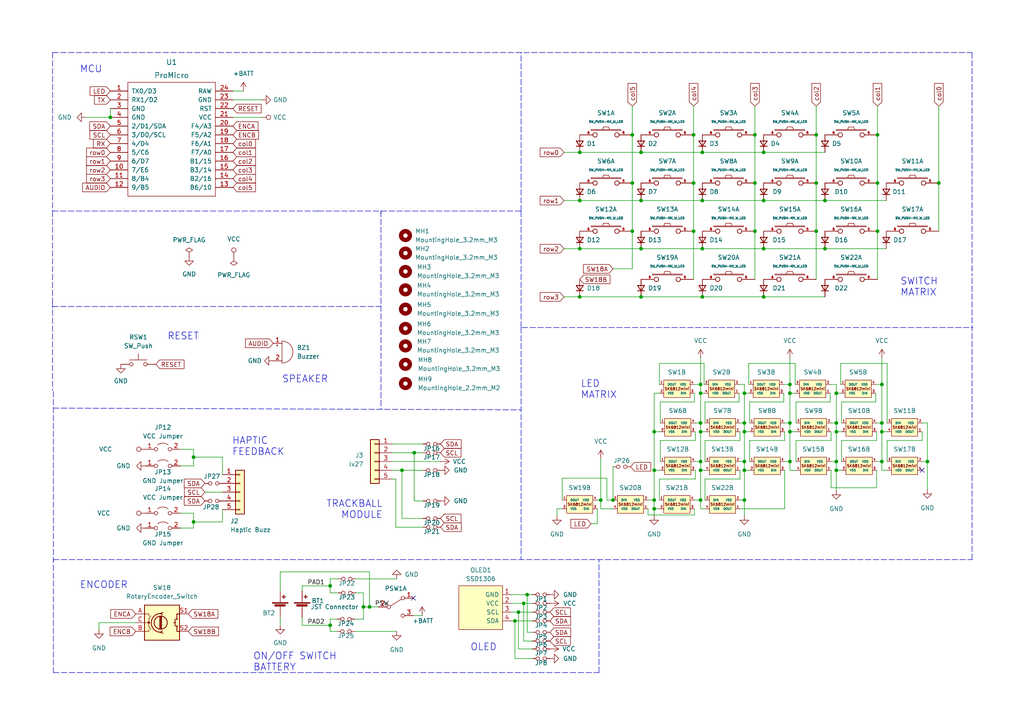
<source format=kicad_sch>
(kicad_sch (version 20231120) (generator "eeschema") (generator_version "8.0")
  (paper "A4")
  (title_block (title "kybd Split Keyboard") (date "2024-10-14") (rev "1.0") (comment 1 "Schematic based on corne") (comment 2 "Author: Gareth Bradley"))
  (junction (at 185.928 86.106))
  (junction (at 174.244 145.034))
  (junction (at 189.738 147.574))
  (junction (at 116.586 136.398))
  (junction (at 203.2 125.222))
  (junction (at 152.908 172.466))
  (junction (at 272.288 53.086))
  (junction (at 120.142 131.318))
  (junction (at 56.134 132.588))
  (junction (at 221.488 86.106))
  (junction (at 32.004 34.036))
  (junction (at 215.9 122.682))
  (junction (at 189.738 145.034))
  (junction (at 203.2 122.682))
  (junction (at 255.778 133.858))
  (junction (at 203.708 44.196))
  (junction (at 95.758 181.356))
  (junction (at 218.948 67.056))
  (junction (at 185.928 72.136))
  (junction (at 183.388 67.056))
  (junction (at 201.168 67.056))
  (junction (at 203.708 86.106))
  (junction (at 203.2 133.858))
  (junction (at 56.134 151.384))
  (junction (at 201.168 39.116))
  (junction (at 239.268 72.136))
  (junction (at 168.148 86.106))
  (junction (at 203.2 111.506))
  (junction (at 215.9 125.222))
  (junction (at 185.928 58.166))
  (junction (at 215.9 136.398))
  (junction (at 229.108 114.046))
  (junction (at 255.778 111.506))
  (junction (at 203.708 72.136))
  (junction (at 221.488 58.166))
  (junction (at 183.388 39.116))
  (junction (at 254.508 53.086))
  (junction (at 107.188 176.022))
  (junction (at 95.758 169.926))
  (junction (at 168.148 72.136))
  (junction (at 268.986 133.858))
  (junction (at 185.928 44.196))
  (junction (at 201.168 53.086))
  (junction (at 229.108 133.858))
  (junction (at 242.57 114.046))
  (junction (at 203.708 58.166))
  (junction (at 236.728 53.086))
  (junction (at 177.8 145.034))
  (junction (at 151.892 175.006))
  (junction (at 242.57 136.398))
  (junction (at 254.508 67.056))
  (junction (at 255.778 125.222))
  (junction (at 189.738 136.398))
  (junction (at 149.352 180.086))
  (junction (at 221.488 44.196))
  (junction (at 168.148 44.196))
  (junction (at 189.738 125.222))
  (junction (at 254.508 39.116))
  (junction (at 183.388 53.086))
  (junction (at 168.148 58.166))
  (junction (at 218.948 39.116))
  (junction (at 203.2 114.046))
  (junction (at 236.728 67.056))
  (junction (at 229.108 111.506))
  (junction (at 150.368 177.546))
  (junction (at 221.488 72.136))
  (junction (at 203.2 145.034))
  (junction (at 239.268 58.166))
  (junction (at 105.41 176.022))
  (junction (at 242.57 133.858))
  (junction (at 215.9 133.858))
  (junction (at 229.108 125.222))
  (junction (at 215.9 114.046))
  (junction (at 242.57 122.682))
  (junction (at 242.57 125.222))
  (junction (at 215.9 145.034))
  (junction (at 229.108 122.682))
  (junction (at 255.778 122.682))
  (junction (at 236.728 39.116))
  (junction (at 218.948 53.086))
  (junction (at 203.2 136.398))
  (no_connect (at 119.888 173.482))
  (no_connect (at 267.462 136.398))
  (wire (pts (xy 241.046 133.858) (xy 242.57 133.858)))
  (polyline (pts (xy 151.13 61.214) (xy 151.13 94.996)) (stroke (width 0) (type dash)))
  (wire (pts (xy 255.778 125.222) (xy 257.302 125.222)))
  (wire (pts (xy 105.41 176.022) (xy 105.41 179.578)))
  (wire (pts (xy 229.108 122.682) (xy 229.108 114.046)))
  (wire (pts (xy 214.376 114.046) (xy 214.376 116.586)))
  (wire (pts (xy 201.168 67.056) (xy 201.168 81.026)))
  (wire (pts (xy 215.9 125.222) (xy 217.424 125.222)))
  (wire (pts (xy 176.022 145.034) (xy 177.8 145.034)))
  (wire (pts (xy 151.892 185.928) (xy 154.432 185.928)))
  (wire (pts (xy 113.792 128.778) (xy 122.682 128.778)))
  (wire (pts (xy 203.2 122.682) (xy 203.2 114.046)))
  (wire (pts (xy 214.63 122.682) (xy 215.9 122.682)))
  (wire (pts (xy 39.37 180.594) (xy 28.702 180.594)))
  (wire (pts (xy 185.928 86.106) (xy 203.708 86.106)))
  (polyline (pts (xy 92.202 61.214) (xy 151.13 61.214)) (stroke (width 0) (type dash)))
  (wire (pts (xy 189.738 114.046) (xy 189.738 125.222)))
  (wire (pts (xy 183.388 77.978) (xy 183.388 67.056)))
  (wire (pts (xy 242.57 114.046) (xy 242.57 122.682)))
  (wire (pts (xy 176.022 138.684) (xy 176.022 145.034)))
  (wire (pts (xy 203.2 147.574) (xy 204.47 147.574)))
  (wire (pts (xy 56.134 130.302) (xy 52.324 130.302)))
  (wire (pts (xy 255.778 111.506) (xy 254 111.506)))
  (wire (pts (xy 242.57 133.858) (xy 242.57 136.398)))
  (wire (pts (xy 161.544 147.574) (xy 163.068 147.574)))
  (wire (pts (xy 189.738 136.398) (xy 189.738 145.034)))
  (wire (pts (xy 191.262 145.034) (xy 191.262 138.938)))
  (wire (pts (xy 203.2 103.886) (xy 203.2 111.506)))
  (wire (pts (xy 163.576 72.136) (xy 168.148 72.136)))
  (wire (pts (xy 242.57 111.506) (xy 242.57 114.046)))
  (wire (pts (xy 203.708 72.136) (xy 221.488 72.136)))
  (wire (pts (xy 217.424 122.682) (xy 217.424 116.586)))
  (wire (pts (xy 163.576 86.106) (xy 168.148 86.106)))
  (wire (pts (xy 67.564 28.956) (xy 75.946 28.956)))
  (wire (pts (xy 214.63 125.222) (xy 214.63 127.762)))
  (wire (pts (xy 187.96 149.352) (xy 201.422 149.352)))
  (wire (pts (xy 64.516 147.828) (xy 64.516 151.384)))
  (wire (pts (xy 214.63 133.858) (xy 215.9 133.858)))
  (wire (pts (xy 185.928 58.166) (xy 203.708 58.166)))
  (wire (pts (xy 254.508 30.734) (xy 254.508 39.116)))
  (polyline (pts (xy 92.456 15.24) (xy 193.548 15.24)) (stroke (width 0) (type dash)))
  (wire (pts (xy 203.2 125.222) (xy 203.2 122.682)))
  (wire (pts (xy 201.422 149.352) (xy 201.422 147.574)))
  (wire (pts (xy 177.8 77.978) (xy 183.388 77.978)))
  (wire (pts (xy 189.738 125.222) (xy 191.516 125.222)))
  (polyline (pts (xy 15.24 15.24) (xy 92.202 15.24)) (stroke (width 0) (type dash)))
  (polyline (pts (xy 193.548 15.24) (xy 281.94 15.24)) (stroke (width 0) (type dash)))
  (polyline (pts (xy 173.736 195.072) (xy 173.736 162.306)) (stroke (width 0) (type dash)))
  (wire (pts (xy 267.462 122.682) (xy 268.986 122.682)))
  (wire (pts (xy 171.45 151.892) (xy 173.228 151.892)))
  (wire (pts (xy 217.424 127.762) (xy 227.584 127.762)))
  (wire (pts (xy 149.352 191.008) (xy 154.432 191.008)))
  (wire (pts (xy 229.108 103.886) (xy 229.108 111.506)))
  (wire (pts (xy 227.584 127.762) (xy 227.584 125.222)))
  (wire (pts (xy 168.148 58.166) (xy 185.928 58.166)))
  (wire (pts (xy 255.778 122.682) (xy 255.778 125.222)))
  (wire (pts (xy 203.708 58.166) (xy 221.488 58.166)))
  (wire (pts (xy 214.63 138.938) (xy 204.47 138.938)))
  (polyline (pts (xy 15.24 15.24) (xy 15.24 61.214)) (stroke (width 0) (type dash)))
  (wire (pts (xy 191.262 138.938) (xy 201.676 138.938)))
  (wire (pts (xy 161.544 149.606) (xy 161.544 147.574)))
  (wire (pts (xy 239.268 58.166) (xy 257.048 58.166)))
  (wire (pts (xy 255.778 103.886) (xy 255.778 111.506)))
  (wire (pts (xy 257.302 127.762) (xy 257.302 133.858)))
  (wire (pts (xy 103.124 171.958) (xy 105.41 171.958)))
  (wire (pts (xy 254.254 136.398) (xy 254.254 141.478)))
  (wire (pts (xy 268.986 133.858) (xy 268.986 141.986)))
  (wire (pts (xy 56.134 153.162) (xy 56.134 151.384)))
  (wire (pts (xy 113.792 133.858) (xy 127.762 133.858)))
  (wire (pts (xy 189.738 125.222) (xy 189.738 136.398)))
  (wire (pts (xy 191.516 116.586) (xy 201.422 116.586)))
  (wire (pts (xy 229.108 114.046) (xy 230.632 114.046)))
  (polyline (pts (xy 15.24 88.9) (xy 110.49 88.9)) (stroke (width 0) (type dash)))
  (wire (pts (xy 230.886 127.762) (xy 230.886 133.858)))
  (wire (pts (xy 56.134 135.128) (xy 56.134 132.588)))
  (wire (pts (xy 113.792 131.318) (xy 120.142 131.318)))
  (wire (pts (xy 148.336 177.546) (xy 150.368 177.546)))
  (wire (pts (xy 272.288 53.086) (xy 272.288 67.056)))
  (wire (pts (xy 163.068 138.684) (xy 176.022 138.684)))
  (wire (pts (xy 203.708 86.106) (xy 221.488 86.106)))
  (wire (pts (xy 268.986 122.682) (xy 268.986 133.858)))
  (wire (pts (xy 168.148 72.136) (xy 185.928 72.136)))
  (wire (pts (xy 203.2 114.046) (xy 204.216 114.046)))
  (wire (pts (xy 95.758 171.958) (xy 98.044 171.958)))
  (wire (pts (xy 255.778 125.222) (xy 255.778 133.858)))
  (wire (pts (xy 204.216 105.41) (xy 204.216 111.506)))
  (wire (pts (xy 230.886 116.586) (xy 230.886 122.682)))
  (wire (pts (xy 267.462 127.762) (xy 257.302 127.762)))
  (wire (pts (xy 105.41 176.022) (xy 107.188 176.022)))
  (wire (pts (xy 229.108 133.858) (xy 229.108 125.222)))
  (wire (pts (xy 187.96 145.034) (xy 189.738 145.034)))
  (wire (pts (xy 113.792 138.938) (xy 114.808 138.938)))
  (wire (pts (xy 149.352 180.086) (xy 149.352 191.008)))
  (wire (pts (xy 81.28 171.45) (xy 81.28 165.862)))
  (wire (pts (xy 221.488 58.166) (xy 239.268 58.166)))
  (wire (pts (xy 203.2 125.222) (xy 204.47 125.222)))
  (wire (pts (xy 236.728 30.734) (xy 236.728 39.116)))
  (wire (pts (xy 201.422 145.034) (xy 203.2 145.034)))
  (wire (pts (xy 173.228 151.892) (xy 173.228 147.574)))
  (wire (pts (xy 148.336 180.086) (xy 149.352 180.086)))
  (wire (pts (xy 243.84 105.41) (xy 257.302 105.41)))
  (wire (pts (xy 150.368 177.546) (xy 150.368 188.214)))
  (wire (pts (xy 189.738 149.606) (xy 189.738 147.574)))
  (wire (pts (xy 189.738 136.398) (xy 191.516 136.398)))
  (wire (pts (xy 52.324 148.844) (xy 56.134 148.844)))
  (polyline (pts (xy 15.494 195.072) (xy 92.202 195.072)) (stroke (width 0) (type dash)))
  (wire (pts (xy 217.17 111.506) (xy 217.17 105.41)))
  (wire (pts (xy 56.134 151.384) (xy 64.516 151.384)))
  (wire (pts (xy 243.84 111.506) (xy 243.84 105.41)))
  (polyline (pts (xy 151.384 94.996) (xy 282.194 94.996)) (stroke (width 0) (type dash)))
  (wire (pts (xy 191.262 105.41) (xy 204.216 105.41)))
  (wire (pts (xy 183.388 53.086) (xy 183.388 67.056)))
  (wire (pts (xy 241.046 125.222) (xy 241.046 127.762)))
  (polyline (pts (xy 15.494 162.56) (xy 15.494 162.814)) (stroke (width 0) (type dash)))
  (polyline (pts (xy 15.24 87.63) (xy 15.24 113.284)) (stroke (width 0) (type dash)))
  (wire (pts (xy 203.2 133.858) (xy 203.2 136.398)))
  (wire (pts (xy 120.142 131.318) (xy 122.682 131.318)))
  (wire (pts (xy 173.228 145.034) (xy 174.244 145.034)))
  (wire (pts (xy 191.516 127.762) (xy 201.676 127.762)))
  (wire (pts (xy 203.708 44.196) (xy 221.488 44.196)))
  (wire (pts (xy 257.302 105.41) (xy 257.302 122.682)))
  (wire (pts (xy 215.9 136.398) (xy 217.424 136.398)))
  (wire (pts (xy 215.9 114.046) (xy 215.9 122.682)))
  (wire (pts (xy 64.516 137.668) (xy 64.516 132.588)))
  (wire (pts (xy 113.792 136.398) (xy 116.586 136.398)))
  (wire (pts (xy 217.17 105.41) (xy 230.632 105.41)))
  (wire (pts (xy 189.738 147.574) (xy 191.262 147.574)))
  (wire (pts (xy 227.584 122.682) (xy 229.108 122.682)))
  (wire (pts (xy 214.376 116.586) (xy 204.47 116.586)))
  (wire (pts (xy 254.254 127.762) (xy 254.254 125.222)))
  (wire (pts (xy 215.9 133.858) (xy 215.9 136.398)))
  (wire (pts (xy 241.046 141.478) (xy 254.254 141.478)))
  (wire (pts (xy 255.778 136.398) (xy 257.302 136.398)))
  (wire (pts (xy 236.728 67.056) (xy 236.728 81.026)))
  (wire (pts (xy 254 116.586) (xy 254 114.046)))
  (wire (pts (xy 242.57 122.682) (xy 242.57 125.222)))
  (wire (pts (xy 215.9 125.222) (xy 215.9 133.858)))
  (wire (pts (xy 24.892 34.036) (xy 32.004 34.036)))
  (wire (pts (xy 97.79 183.134) (xy 95.758 183.134)))
  (wire (pts (xy 150.368 188.214) (xy 154.432 188.214)))
  (wire (pts (xy 268.986 133.858) (xy 267.462 133.858)))
  (wire (pts (xy 203.2 114.046) (xy 203.2 111.506)))
  (wire (pts (xy 240.792 116.586) (xy 230.886 116.586)))
  (polyline (pts (xy 15.494 162.306) (xy 281.94 162.306)) (stroke (width 0) (type dash)))
  (wire (pts (xy 174.244 133.096) (xy 174.244 145.034)))
  (wire (pts (xy 215.9 136.398) (xy 215.9 145.034)))
  (wire (pts (xy 229.108 125.222) (xy 229.108 122.682)))
  (wire (pts (xy 191.516 133.858) (xy 191.516 127.762)))
  (wire (pts (xy 187.96 147.574) (xy 187.96 149.352)))
  (wire (pts (xy 163.576 58.166) (xy 168.148 58.166)))
  (wire (pts (xy 215.9 111.506) (xy 215.9 114.046)))
  (wire (pts (xy 244.094 127.762) (xy 254.254 127.762)))
  (wire (pts (xy 95.758 183.134) (xy 95.758 181.356)))
  (wire (pts (xy 151.892 175.006) (xy 151.892 185.928)))
  (wire (pts (xy 254.508 53.086) (xy 254.508 67.056)))
  (polyline (pts (xy 110.49 61.214) (xy 110.49 61.976)) (stroke (width 0) (type dash)))
  (wire (pts (xy 64.516 132.588) (xy 56.134 132.588)))
  (wire (pts (xy 221.488 44.196) (xy 239.268 44.196)))
  (polyline (pts (xy 281.94 77.978) (xy 281.94 78.232)) (stroke (width 0) (type dash)))
  (wire (pts (xy 203.2 136.398) (xy 203.2 145.034)))
  (wire (pts (xy 95.758 167.894) (xy 95.758 169.926)))
  (wire (pts (xy 218.948 30.734) (xy 218.948 39.116)))
  (wire (pts (xy 185.928 72.136) (xy 203.708 72.136)))
  (wire (pts (xy 148.336 172.466) (xy 152.908 172.466)))
  (wire (pts (xy 214.63 136.398) (xy 214.63 138.938)))
  (wire (pts (xy 56.134 132.588) (xy 56.134 130.302)))
  (wire (pts (xy 203.2 133.858) (xy 203.2 125.222)))
  (wire (pts (xy 229.108 111.506) (xy 227.33 111.506)))
  (wire (pts (xy 105.41 171.958) (xy 105.41 176.022)))
  (wire (pts (xy 149.352 180.086) (xy 154.432 180.086)))
  (wire (pts (xy 221.488 86.106) (xy 239.268 86.106)))
  (wire (pts (xy 201.422 116.586) (xy 201.422 114.046)))
  (wire (pts (xy 254.254 122.682) (xy 255.778 122.682)))
  (wire (pts (xy 52.324 153.162) (xy 56.134 153.162)))
  (wire (pts (xy 229.108 133.858) (xy 229.108 136.398)))
  (wire (pts (xy 87.63 181.356) (xy 95.758 181.356)))
  (wire (pts (xy 255.778 111.506) (xy 255.778 122.682)))
  (wire (pts (xy 102.87 179.578) (xy 105.41 179.578)))
  (wire (pts (xy 218.948 67.056) (xy 218.948 81.026)))
  (wire (pts (xy 201.168 53.086) (xy 201.168 67.056)))
  (wire (pts (xy 203.2 136.398) (xy 204.47 136.398)))
  (wire (pts (xy 168.148 86.106) (xy 185.928 86.106)))
  (wire (pts (xy 120.142 131.318) (xy 120.142 145.288)))
  (wire (pts (xy 242.57 125.222) (xy 244.094 125.222)))
  (wire (pts (xy 201.168 30.734) (xy 201.168 39.116)))
  (wire (pts (xy 152.908 183.388) (xy 152.908 172.466)))
  (wire (pts (xy 267.462 125.222) (xy 267.462 127.762)))
  (wire (pts (xy 183.388 39.116) (xy 183.388 53.086)))
  (polyline (pts (xy 281.94 162.306) (xy 281.94 79.756)) (stroke (width 0) (type dash)))
  (wire (pts (xy 227.33 116.586) (xy 227.33 114.046)))
  (wire (pts (xy 174.244 145.034) (xy 174.244 147.574)))
  (wire (pts (xy 98.044 167.894) (xy 95.758 167.894)))
  (wire (pts (xy 242.57 136.398) (xy 244.094 136.398)))
  (wire (pts (xy 218.948 39.116) (xy 218.948 53.086)))
  (polyline (pts (xy 110.49 61.214) (xy 110.49 118.618)) (stroke (width 0) (type dash)))
  (wire (pts (xy 244.094 122.682) (xy 244.094 116.586)))
  (wire (pts (xy 254.508 39.116) (xy 254.508 53.086)))
  (wire (pts (xy 174.244 147.574) (xy 177.8 147.574)))
  (wire (pts (xy 150.368 177.546) (xy 154.432 177.546)))
  (wire (pts (xy 201.676 127.762) (xy 201.676 125.222)))
  (wire (pts (xy 230.632 105.41) (xy 230.632 111.506)))
  (wire (pts (xy 244.094 116.586) (xy 254 116.586)))
  (wire (pts (xy 229.108 136.398) (xy 230.886 136.398)))
  (wire (pts (xy 119.888 178.562) (xy 122.428 178.562)))
  (wire (pts (xy 95.758 179.578) (xy 97.79 179.578)))
  (wire (pts (xy 204.47 127.762) (xy 204.47 133.858)))
  (wire (pts (xy 201.168 39.116) (xy 201.168 53.086)))
  (wire (pts (xy 221.488 72.136) (xy 239.268 72.136)))
  (wire (pts (xy 241.046 122.682) (xy 242.57 122.682)))
  (wire (pts (xy 116.586 136.398) (xy 116.586 150.368)))
  (wire (pts (xy 214.63 145.034) (xy 215.9 145.034)))
  (wire (pts (xy 229.108 114.046) (xy 229.108 111.506)))
  (wire (pts (xy 203.2 145.034) (xy 203.2 147.574)))
  (wire (pts (xy 185.928 44.196) (xy 203.708 44.196)))
  (wire (pts (xy 236.728 39.116) (xy 236.728 53.086)))
  (wire (pts (xy 215.9 145.034) (xy 215.9 149.606)))
  (wire (pts (xy 215.9 122.682) (xy 215.9 125.222)))
  (wire (pts (xy 102.87 183.134) (xy 115.062 183.134)))
  (wire (pts (xy 191.262 111.506) (xy 191.262 105.41)))
  (wire (pts (xy 255.778 136.398) (xy 255.778 133.858)))
  (wire (pts (xy 95.758 169.926) (xy 95.758 171.958)))
  (wire (pts (xy 236.728 53.086) (xy 236.728 67.056)))
  (wire (pts (xy 148.336 175.006) (xy 151.892 175.006)))
  (wire (pts (xy 122.682 145.288) (xy 120.142 145.288)))
  (wire (pts (xy 218.948 53.086) (xy 218.948 67.056)))
  (wire (pts (xy 177.8 135.382) (xy 177.8 145.034)))
  (wire (pts (xy 227.584 147.574) (xy 227.584 136.398)))
  (wire (pts (xy 217.424 133.858) (xy 217.424 127.762)))
  (wire (pts (xy 215.9 114.046) (xy 217.17 114.046)))
  (wire (pts (xy 241.046 127.762) (xy 230.886 127.762)))
  (wire (pts (xy 214.376 111.506) (xy 215.9 111.506)))
  (wire (pts (xy 189.738 145.034) (xy 189.738 147.574)))
  (wire (pts (xy 214.63 147.574) (xy 227.584 147.574)))
  (wire (pts (xy 56.134 148.844) (xy 56.134 151.384)))
  (wire (pts (xy 239.268 72.136) (xy 257.048 72.136)))
  (polyline (pts (xy 151.13 61.214) (xy 151.13 15.24)) (stroke (width 0) (type dash)))
  (wire (pts (xy 201.676 138.938) (xy 201.676 136.398)))
  (wire (pts (xy 59.436 142.748) (xy 64.516 142.748)))
  (wire (pts (xy 168.148 44.196) (xy 185.928 44.196)))
  (wire (pts (xy 229.108 125.222) (xy 230.886 125.222)))
  (wire (pts (xy 151.892 175.006) (xy 154.432 175.006)))
  (polyline (pts (xy 151.13 94.996) (xy 151.13 162.306)) (stroke (width 0) (type dash)))
  (wire (pts (xy 254.508 67.056) (xy 254.508 81.026)))
  (polyline (pts (xy 15.494 118.364) (xy 151.13 118.872)) (stroke (width 0) (type dash)))
  (polyline (pts (xy 15.494 113.538) (xy 15.494 195.072)) (stroke (width 0) (type dash)))
  (wire (pts (xy 87.63 169.926) (xy 95.758 169.926)))
  (wire (pts (xy 242.57 136.398) (xy 242.57 142.24)))
  (wire (pts (xy 107.188 176.022) (xy 109.728 176.022)))
  (wire (pts (xy 254.254 133.858) (xy 255.778 133.858)))
  (wire (pts (xy 227.584 133.858) (xy 229.108 133.858)))
  (wire (pts (xy 163.576 44.196) (xy 168.148 44.196)))
  (polyline (pts (xy 281.94 15.24) (xy 281.94 79.756)) (stroke (width 0) (type dash)))
  (wire (pts (xy 52.324 135.128) (xy 56.134 135.128)))
  (wire (pts (xy 103.124 167.894) (xy 115.062 167.894)))
  (wire (pts (xy 122.682 152.908) (xy 114.808 152.908)))
  (wire (pts (xy 152.908 183.388) (xy 154.432 183.388)))
  (wire (pts (xy 87.63 171.45) (xy 87.63 169.926)))
  (wire (pts (xy 214.63 127.762) (xy 204.47 127.762)))
  (wire (pts (xy 28.702 180.594) (xy 28.702 182.626)))
  (wire (pts (xy 87.63 179.07) (xy 87.63 181.356)))
  (wire (pts (xy 81.28 179.07) (xy 81.28 181.356)))
  (wire (pts (xy 240.792 111.506) (xy 242.57 111.506)))
  (wire (pts (xy 217.424 116.586) (xy 227.33 116.586)))
  (wire (pts (xy 272.288 30.734) (xy 272.288 53.086)))
  (wire (pts (xy 114.808 152.908) (xy 114.808 138.938)))
  (wire (pts (xy 242.57 114.046) (xy 243.84 114.046)))
  (wire (pts (xy 163.068 145.034) (xy 163.068 138.684)))
  (wire (pts (xy 67.564 34.036) (xy 75.946 34.036)))
  (wire (pts (xy 183.388 30.734) (xy 183.388 39.116)))
  (wire (pts (xy 204.47 138.938) (xy 204.47 145.034)))
  (wire (pts (xy 241.046 136.398) (xy 241.046 141.478)))
  (wire (pts (xy 191.516 122.682) (xy 191.516 116.586)))
  (wire (pts (xy 107.188 165.862) (xy 107.188 176.022)))
  (wire (pts (xy 95.758 181.356) (xy 95.758 179.578)))
  (wire (pts (xy 81.28 165.862) (xy 107.188 165.862)))
  (wire (pts (xy 240.792 114.046) (xy 240.792 116.586)))
  (wire (pts (xy 191.262 114.046) (xy 189.738 114.046)))
  (wire (pts (xy 203.2 111.506) (xy 201.422 111.506)))
  (wire (pts (xy 32.004 31.496) (xy 32.004 34.036)))
  (polyline (pts (xy 15.24 61.214) (xy 92.202 61.214)) (stroke (width 0) (type dash)))
  (wire (pts (xy 201.676 122.682) (xy 203.2 122.682)))
  (wire (pts (xy 242.57 125.222) (xy 242.57 133.858)))
  (wire (pts (xy 122.682 150.368) (xy 116.586 150.368)))
  (wire (pts (xy 116.586 136.398) (xy 122.682 136.398)))
  (wire (pts (xy 204.47 116.586) (xy 204.47 122.682)))
  (wire (pts (xy 244.094 133.858) (xy 244.094 127.762)))
  (wire (pts (xy 201.676 133.858) (xy 203.2 133.858)))
  (wire (pts (xy 67.564 26.416) (xy 70.612 26.416)))
  (wire (pts (xy 152.908 172.466) (xy 154.432 172.466)))
  (polyline (pts (xy 92.202 195.072) (xy 173.736 195.072)) (stroke (width 0) (type dash)))
  (polyline (pts (xy 15.24 61.214) (xy 15.24 87.63)) (stroke (width 0) (type dash)))
  (text "SWITCH\nMATRIX" (at 261.112 86.106 0) (effects (font (size 2 2)) (justify left bottom)))
  (text "MCU" (at 23.114 21.336 0) (effects (font (size 2 2)) (justify left bottom)))
  (text "ON/OFF SWITCH\nBATTERY" (at 73.406 194.818 0) (effects (font (size 2 2)) (justify left bottom)))
  (text "HAPTIC\nFEEDBACK" (at 67.31 132.334 0) (effects (font (size 2 2)) (justify left bottom)))
  (text "ENCODER" (at 23.114 170.942 0) (effects (font (size 2 2)) (justify left bottom)))
  (text "OLED" (at 136.398 188.976 0) (effects (font (size 2 2)) (justify left bottom)))
  (text "LED\nMATRIX" (at 168.402 115.824 0) (effects (font (size 2 2)) (justify left bottom)))
  (text "TRACKBALL\nMODULE" (at 110.998 150.622 0) (effects (font (size 2 2)) (justify right bottom)))
  (text "RESET" (at 48.514 98.806 0) (effects (font (size 2 2)) (justify left bottom)))
  (text "SPEAKER" (at 81.788 111.252 0) (effects (font (size 2 2)) (justify left bottom)))
  (label "PAD2" (at 89.154 181.356 0))
  (label "PSW" (at 108.712 176.022 0))
  (label "PAD1" (at 89.154 169.926 0))
  (global_label "SCL" (shape input) (at 127.762 131.318 0) (property "Intersheetrefs" "${INTERSHEET_REFS}" (effects (hide yes))))
  (global_label "SDA" (shape input) (at 32.004 36.576 180) (property "Intersheetrefs" "${INTERSHEET_REFS}" (effects (hide yes))))
  (global_label "col0" (shape input) (at 272.288 30.734 90) (property "Intersheetrefs" "${INTERSHEET_REFS}" (effects (hide yes))))
  (global_label "row2" (shape input) (at 163.576 72.136 180) (property "Intersheetrefs" "${INTERSHEET_REFS}" (effects (hide yes))))
  (global_label "TX" (shape input) (at 32.004 28.956 180) (property "Intersheetrefs" "${INTERSHEET_REFS}" (effects (hide yes))))
  (global_label "row3" (shape input) (at 163.576 86.106 180) (property "Intersheetrefs" "${INTERSHEET_REFS}" (effects (hide yes))))
  (global_label "SW18B" (shape input) (at 168.148 81.026 0) (property "Intersheetrefs" "${INTERSHEET_REFS}" (effects (hide yes))))
  (global_label "SDA" (shape input) (at 127.762 128.778 0) (property "Intersheetrefs" "${INTERSHEET_REFS}" (effects (hide yes))))
  (global_label "LED" (shape input) (at 182.88 135.382 0) (property "Intersheetrefs" "${INTERSHEET_REFS}" (effects (hide yes))))
  (global_label "col5" (shape input) (at 67.564 54.356 0) (property "Intersheetrefs" "${INTERSHEET_REFS}" (effects (hide yes))))
  (global_label "SDA" (shape input) (at 159.512 180.086 0) (property "Intersheetrefs" "${INTERSHEET_REFS}" (effects (hide yes))))
  (global_label "ENCA" (shape input) (at 39.37 178.054 180) (property "Intersheetrefs" "${INTERSHEET_REFS}" (effects (hide yes))))
  (global_label "col4" (shape input) (at 67.564 51.816 0) (property "Intersheetrefs" "${INTERSHEET_REFS}" (effects (hide yes))))
  (global_label "col0" (shape input) (at 67.564 41.656 0) (property "Intersheetrefs" "${INTERSHEET_REFS}" (effects (hide yes))))
  (global_label "SCL" (shape input) (at 32.004 39.116 180) (property "Intersheetrefs" "${INTERSHEET_REFS}" (effects (hide yes))))
  (global_label "RESET" (shape input) (at 45.212 105.664 0) (property "Intersheetrefs" "${INTERSHEET_REFS}" (effects (hide yes))))
  (global_label "col1" (shape input) (at 254.508 30.734 90) (property "Intersheetrefs" "${INTERSHEET_REFS}" (effects (hide yes))))
  (global_label "col2" (shape input) (at 236.728 30.734 90) (property "Intersheetrefs" "${INTERSHEET_REFS}" (effects (hide yes))))
  (global_label "row3" (shape input) (at 32.004 51.816 180) (property "Intersheetrefs" "${INTERSHEET_REFS}" (effects (hide yes))))
  (global_label "row2" (shape input) (at 32.004 49.276 180) (property "Intersheetrefs" "${INTERSHEET_REFS}" (effects (hide yes))))
  (global_label "row0" (shape input) (at 163.576 44.196 180) (property "Intersheetrefs" "${INTERSHEET_REFS}" (effects (hide yes))))
  (global_label "col4" (shape input) (at 201.168 30.734 90) (property "Intersheetrefs" "${INTERSHEET_REFS}" (effects (hide yes))))
  (global_label "row0" (shape input) (at 32.004 44.196 180) (property "Intersheetrefs" "${INTERSHEET_REFS}" (effects (hide yes))))
  (global_label "SCL" (shape input) (at 127.762 150.368 0) (property "Intersheetrefs" "${INTERSHEET_REFS}" (effects (hide yes))))
  (global_label "SCL" (shape input) (at 159.512 177.546 0) (property "Intersheetrefs" "${INTERSHEET_REFS}" (effects (hide yes))))
  (global_label "SDA" (shape input) (at 59.436 140.208 180) (property "Intersheetrefs" "${INTERSHEET_REFS}" (effects (hide yes))))
  (global_label "AUDIO" (shape input) (at 32.004 54.356 180) (property "Intersheetrefs" "${INTERSHEET_REFS}" (effects (hide yes))))
  (global_label "col3" (shape input) (at 218.948 30.734 90) (property "Intersheetrefs" "${INTERSHEET_REFS}" (effects (hide yes))))
  (global_label "ENCB" (shape input) (at 67.564 39.116 0) (property "Intersheetrefs" "${INTERSHEET_REFS}" (effects (hide yes))))
  (global_label "SCL" (shape input) (at 159.512 185.928 0) (property "Intersheetrefs" "${INTERSHEET_REFS}" (effects (hide yes))))
  (global_label "SDA" (shape input) (at 159.512 183.388 0) (property "Intersheetrefs" "${INTERSHEET_REFS}" (effects (hide yes))))
  (global_label "col5" (shape input) (at 183.388 30.734 90) (property "Intersheetrefs" "${INTERSHEET_REFS}" (effects (hide yes))))
  (global_label "RESET" (shape input) (at 67.564 31.496 0) (property "Intersheetrefs" "${INTERSHEET_REFS}" (effects (hide yes))))
  (global_label "LED" (shape input) (at 171.45 151.892 180) (property "Intersheetrefs" "${INTERSHEET_REFS}" (effects (hide yes))))
  (global_label "SDA" (shape input) (at 127.762 152.908 0) (property "Intersheetrefs" "${INTERSHEET_REFS}" (effects (hide yes))))
  (global_label "SW18A" (shape input) (at 54.61 178.054 0) (property "Intersheetrefs" "${INTERSHEET_REFS}" (effects (hide yes))))
  (global_label "SDA" (shape input) (at 59.436 145.288 180) (property "Intersheetrefs" "${INTERSHEET_REFS}" (effects (hide yes))))
  (global_label "row1" (shape input) (at 163.576 58.166 180) (property "Intersheetrefs" "${INTERSHEET_REFS}" (effects (hide yes))))
  (global_label "ENCB" (shape input) (at 39.37 183.134 180) (property "Intersheetrefs" "${INTERSHEET_REFS}" (effects (hide yes))))
  (global_label "col2" (shape input) (at 67.564 46.736 0) (property "Intersheetrefs" "${INTERSHEET_REFS}" (effects (hide yes))))
  (global_label "SW18A" (shape input) (at 177.8 77.978 180) (property "Intersheetrefs" "${INTERSHEET_REFS}" (effects (hide yes))))
  (global_label "SW18B" (shape input) (at 54.61 183.134 0) (property "Intersheetrefs" "${INTERSHEET_REFS}" (effects (hide yes))))
  (global_label "ENCA" (shape input) (at 67.564 36.576 0) (property "Intersheetrefs" "${INTERSHEET_REFS}" (effects (hide yes))))
  (global_label "col3" (shape input) (at 67.564 49.276 0) (property "Intersheetrefs" "${INTERSHEET_REFS}" (effects (hide yes))))
  (global_label "row1" (shape input) (at 32.004 46.736 180) (property "Intersheetrefs" "${INTERSHEET_REFS}" (effects (hide yes))))
  (global_label "col1" (shape input) (at 67.564 44.196 0) (property "Intersheetrefs" "${INTERSHEET_REFS}" (effects (hide yes))))
  (global_label "LED" (shape input) (at 32.004 26.416 180) (property "Intersheetrefs" "${INTERSHEET_REFS}" (effects (hide yes))))
  (global_label "AUDIO" (shape input) (at 79.248 99.568 180) (property "Intersheetrefs" "${INTERSHEET_REFS}" (effects (hide yes))))
  (global_label "RX" (shape input) (at 32.004 41.656 180) (property "Intersheetrefs" "${INTERSHEET_REFS}" (effects (hide yes))))
  (global_label "SCL" (shape input) (at 59.436 142.748 180) (property "Intersheetrefs" "${INTERSHEET_REFS}" (effects (hide yes))))
  (symbol (lib_id "KLORlib:SW_PUSH-MX_W_LED") (at 196.596 123.952 0) (unit 2)
    (property "Reference" "SW6" (at 196.596 119.126 0))
    (property "Value" "SW_PUSH-MX_W_LED" (effects (hide yes)))
    (property "Footprint" "KLOR:SK6812MINI_and_cherry" (effects (hide yes)))
  )
  (symbol (lib_id "KLORlib:SW_PUSH-MX_W_LED") (at 196.342 146.304 0) (unit 2)
    (property "Reference" "SW21" (at 196.342 141.478 0))
    (property "Value" "SW_PUSH-MX_W_LED" (effects (hide yes)))
    (property "Footprint" "KLOR:SK6812MINI_and_cherry" (effects (hide yes)))
  )
  (symbol (lib_id "power:GND") (at 159.512 191.008 90) (unit 1)
    (property "Reference" "#PWR015" (effects (hide yes)))
    (property "Value" "GND" (at 163.322 191.0079 90) (effects (justify right)))
  )
  (symbol (lib_id "Device:D_Small") (at 203.708 41.656 90) (unit 1)
    (property "Reference" "D3" (at 205.74 41.6559 90) (effects (justify right)))
    (property "Value" "D_Small" (effects (hide yes)))
    (property "Footprint" "KLOR:Diode_SOD123" (effects (hide yes)))
  )
  (symbol (lib_id "power:+BATT") (at 70.612 26.416 0) (unit 1)
    (property "Reference" "#PWR0109" (effects (hide yes)))
    (property "Value" "+BATT" (at 70.612 21.336 0))
  )
  (symbol (lib_id "Mechanical:MountingHole") (at 117.602 89.662 0) (unit 1)
    (property "Reference" "MH5" (at 120.904 88.3919 0) (effects (justify left)))
    (property "Value" "MountingHole_3.2mm_M3" (at 120.904 90.9319 0) (effects (justify left)))
    (property "Footprint" "MountingHole:MountingHole_3.2mm_M3" (effects (hide yes)))
  )
  (symbol (lib_id "Device:Buzzer") (at 81.788 102.108 0) (unit 1)
    (property "Reference" "BZ1" (at 86.106 100.8379 0) (effects (justify left)))
    (property "Value" "Buzzer" (at 86.106 103.3779 0) (effects (justify left)))
    (property "Footprint" "KLOR:Buzzer_Mallory_AST1109MLTRQ_reversible" (effects (hide yes)))
  )
  (symbol (lib_id "Mechanical:MountingHole") (at 117.602 105.664 0) (unit 1)
    (property "Reference" "MH8" (at 121.158 104.3939 0) (effects (justify left)))
    (property "Value" "MountingHole_3.2mm_M3" (at 121.158 106.9339 0) (effects (justify left)))
    (property "Footprint" "MountingHole:MountingHole_3.2mm_M3" (effects (hide yes)))
  )
  (symbol (lib_id "KLORlib:SW_PUSH-MX_W_LED") (at 211.328 67.056 0) (unit 1)
    (property "Reference" "SW14" (at 211.328 60.706 0))
    (property "Value" "SW_PUSH-MX_W_LED" (at 211.328 63.246 0) (effects (font (size 0.635 0.635))))
    (property "Footprint" "KLOR:SK6812MINI_and_cherry" (effects (hide yes)))
  )
  (symbol (lib_id "KLORlib:SW_PUSH-MX_W_LED") (at 193.548 67.056 0) (unit 1)
    (property "Reference" "SW13" (at 193.548 60.706 0))
    (property "Value" "SW_PUSH-MX_W_LED" (at 193.548 63.246 0) (effects (font (size 0.635 0.635))))
    (property "Footprint" "KLOR:SK6812MINI_and_cherry" (effects (hide yes)))
  )
  (symbol (lib_id "Device:D_Small") (at 239.268 69.596 90) (unit 1)
    (property "Reference" "D16" (at 242.062 69.5959 90) (effects (justify right)))
    (property "Value" "D_Small" (effects (hide yes)))
    (property "Footprint" "KLOR:Diode_SOD123" (effects (hide yes)))
  )
  (symbol (lib_id "Device:D_Small") (at 203.708 83.566 90) (unit 1)
    (property "Reference" "D20" (at 205.74 83.5659 90) (effects (justify right)))
    (property "Value" "D_Small" (effects (hide yes)))
    (property "Footprint" "KLOR:Diode_SOD123" (effects (hide yes)))
  )
  (symbol (lib_id "power:GND") (at 35.052 105.664 0) (unit 1)
    (property "Reference" "#PWR014" (effects (hide yes)))
    (property "Value" "GND" (at 35.052 110.49 0))
  )
  (symbol (lib_id "SofleKeyboard-cache:power_VCC") (at 67.818 74.422 0) (unit 1)
    (property "Reference" "#PWR017" (effects (hide yes)))
    (property "Value" "VCC" (at 67.818 69.342 0))
  )
  (symbol (lib_id "Device:D_Small") (at 168.148 83.566 90) (unit 1)
    (property "Reference" "D18" (at 170.18 83.5659 90) (effects (justify right)))
    (property "Value" "D_Small" (effects (hide yes)))
    (property "Footprint" "KLOR:Diode_SOD123" (effects (hide yes)))
  )
  (symbol (lib_id "KLORlib:SW_PUSH-MX_W_LED") (at 235.966 123.952 180) (unit 2)
    (property "Reference" "SW9" (at 235.966 119.126 0))
    (property "Value" "SW_PUSH-MX_W_LED" (effects (hide yes)))
    (property "Footprint" "KLOR:SK6812MINI_and_cherry" (effects (hide yes)))
  )
  (symbol (lib_id "KLORlib:SW_PUSH-MX_W_LED") (at 211.328 39.116 0) (unit 1)
    (property "Reference" "SW3" (at 211.328 32.766 0))
    (property "Value" "SW_PUSH-MX_W_LED" (at 211.328 35.306 0) (effects (font (size 0.635 0.635))))
    (property "Footprint" "KLOR:SK6812MINI_and_cherry" (effects (hide yes)))
  )
  (symbol (lib_id "Switch:SW_DPDT_x2") (at 114.808 176.022 0) (unit 1)
    (property "Reference" "PSW1" (at 114.808 170.688 0))
    (property "Value" "SW_DPDT_x2" (effects (hide yes)))
    (property "Footprint" "KLOR:MSK12C02_reversible" (effects (hide yes)))
  )
  (symbol (lib_id "KLORlib:SW_PUSH-MX_W_LED") (at 246.888 67.056 0) (unit 1)
    (property "Reference" "SW16" (at 246.888 60.706 0))
    (property "Value" "SW_PUSH-MX_W_LED" (at 246.888 63.246 0) (effects (font (size 0.635 0.635))))
    (property "Footprint" "KLOR:SK6812MINI_and_cherry" (effects (hide yes)))
  )
  (symbol (lib_id "KLORlib:SW_PUSH-MX_W_LED") (at 193.548 81.026 0) (unit 1)
    (property "Reference" "SW19" (at 193.548 74.676 0))
    (property "Value" "SW_PUSH-MX_W_LED" (at 193.548 77.216 0) (effects (font (size 0.635 0.635))))
    (property "Footprint" "KLOR:SK6812MINI_and_cherry" (effects (hide yes)))
  )
  (symbol (lib_id "Connector_Generic:Conn_01x05") (at 108.712 133.858 0) (mirror y) (unit 1)
    (property "Reference" "J3" (at 105.41 132.08 0) (effects (justify left)))
    (property "Value" "lv27" (at 105.41 134.62 0) (effects (justify left)))
    (property "Footprint" "KLOR:lvc27_onlyInput" (effects (hide yes)))
  )
  (symbol (lib_id "KLORlib:Device_Jumper_NO_Small") (at 100.584 171.958 0) (unit 1)
    (property "Reference" "JP23" (at 100.584 173.228 0))
    (property "Value" "Device_Jumper_NO_Small" (effects (hide yes)))
    (property "Footprint" "KLOR:Jumper" (effects (hide yes)))
  )
  (symbol (lib_id "power:+BATT") (at 122.428 178.562 0) (unit 1)
    (property "Reference" "#PWR0104" (effects (hide yes)))
    (property "Value" "+BATT" (at 122.682 180.086 0))
  )
  (symbol (lib_id "power:GND") (at 75.946 28.956 90) (unit 1)
    (property "Reference" "#PWR0103" (effects (hide yes)))
    (property "Value" "GND" (at 79.248 28.9559 90) (effects (justify right)))
  )
  (symbol (lib_id "KLORlib:Device_Jumper_NO_Small") (at 61.976 145.288 0) (unit 1)
    (property "Reference" "JP28" (at 61.214 147.066 0))
    (property "Value" "Device_Jumper_NO_Small" (effects (hide yes)))
    (property "Footprint" "KLOR:Jumper" (effects (hide yes)))
  )
  (symbol (lib_id "KLORlib:SW_PUSH-MX_W_LED") (at 222.504 123.952 0) (unit 2)
    (property "Reference" "SW8" (at 222.504 119.126 0))
    (property "Value" "SW_PUSH-MX_W_LED" (effects (hide yes)))
    (property "Footprint" "KLOR:SK6812MINI_and_cherry" (effects (hide yes)))
  )
  (symbol (lib_id "SSD1306-128x64_OLED:SSD1306") (at 139.446 176.276 270) (unit 1)
    (property "Reference" "OLED1" (at 139.446 165.354 90))
    (property "Value" "SSD1306" (at 139.446 167.894 90))
    (property "Footprint" "KLOR:SSD1306_128x64OLED" (effects (hide yes)))
  )
  (symbol (lib_id "KLORlib:Device_Jumper_NO_Small") (at 156.972 191.008 0) (unit 1)
    (property "Reference" "JP8" (at 156.972 192.278 0))
    (property "Value" "Device_Jumper_NO_Small" (effects (hide yes)))
    (property "Footprint" "KLOR:Jumper" (effects (hide yes)))
  )
  (symbol (lib_id "Device:D_Small") (at 221.488 55.626 90) (unit 1)
    (property "Reference" "D9" (at 224.028 55.6259 90) (effects (justify right)))
    (property "Value" "D_Small" (effects (hide yes)))
    (property "Footprint" "KLOR:Diode_SOD123" (effects (hide yes)))
  )
  (symbol (lib_id "KLORlib:SW_PUSH-MX_W_LED") (at 229.108 67.056 0) (unit 1)
    (property "Reference" "SW15" (at 229.108 60.706 0))
    (property "Value" "SW_PUSH-MX_W_LED" (at 229.108 63.246 0) (effects (font (size 0.635 0.635))))
    (property "Footprint" "KLOR:SK6812MINI_and_cherry" (effects (hide yes)))
  )
  (symbol (lib_id "KLORlib:SW_PUSH-MX_W_LED") (at 182.88 146.304 180) (unit 2)
    (property "Reference" "SW20" (at 182.88 141.478 0))
    (property "Value" "SW_PUSH-MX_W_LED" (effects (hide yes)))
    (property "Footprint" "KLOR:SK6812MINI_and_cherry" (effects (hide yes)))
  )
  (symbol (lib_id "power:VCC") (at 255.778 103.886 0) (unit 1)
    (property "Reference" "#PWR0110" (effects (hide yes)))
    (property "Value" "VCC" (at 255.778 98.806 0))
  )
  (symbol (lib_id "Mechanical:MountingHole") (at 117.602 84.074 0) (unit 1)
    (property "Reference" "MH4" (at 120.904 82.8039 0) (effects (justify left)))
    (property "Value" "MountingHole_3.2mm_M3" (at 120.904 85.3439 0) (effects (justify left)))
    (property "Footprint" "MountingHole:MountingHole_3.2mm_M3" (effects (hide yes)))
  )
  (symbol (lib_id "Switch:SW_Push") (at 40.132 105.664 0) (unit 1)
    (property "Reference" "RSW1" (at 40.132 97.79 0))
    (property "Value" "SW_Push" (at 40.132 100.33 0))
    (property "Footprint" "KLOR:SW_Push_1P1T-MP_NO_Horizontal_Alps_SKRTLAE010_both_sides" (effects (hide yes)))
  )
  (symbol (lib_id "Device:D_Small") (at 221.488 41.656 90) (unit 1)
    (property "Reference" "D4" (at 223.52 41.6559 90) (effects (justify right)))
    (property "Value" "D_Small" (effects (hide yes)))
    (property "Footprint" "KLOR:Diode_SOD123" (effects (hide yes)))
  )
  (symbol (lib_id "power:GND") (at 81.28 181.356 0) (unit 1)
    (property "Reference" "#PWR0119" (effects (hide yes)))
    (property "Value" "GND" (at 81.28 186.436 0))
  )
  (symbol (lib_id "Jumper:Jumper_2_Open") (at 47.244 135.128 0) (unit 1)
    (property "Reference" "JP13" (at 47.244 136.906 0))
    (property "Value" "GND Jumper" (at 47.244 139.446 0))
    (property "Footprint" "KLOR:Jumper" (effects (hide yes)))
  )
  (symbol (lib_id "KLORlib:SW_PUSH-MX_W_LED") (at 222.504 135.128 0) (unit 2)
    (property "Reference" "SW14" (at 222.504 130.302 0))
    (property "Value" "SW_PUSH-MX_W_LED" (effects (hide yes)))
    (property "Footprint" "KLOR:SK6812MINI_and_cherry" (effects (hide yes)))
  )
  (symbol (lib_id "Device:D_Small") (at 185.928 55.626 90) (unit 1)
    (property "Reference" "D7" (at 187.96 55.6259 90) (effects (justify right)))
    (property "Value" "D_Small" (effects (hide yes)))
    (property "Footprint" "KLOR:Diode_SOD123" (effects (hide yes)))
  )
  (symbol (lib_id "Device:D_Small") (at 221.488 69.596 90) (unit 1)
    (property "Reference" "D15" (at 224.028 69.5959 90) (effects (justify right)))
    (property "Value" "D_Small" (effects (hide yes)))
    (property "Footprint" "KLOR:Diode_SOD123" (effects (hide yes)))
  )
  (symbol (lib_id "power:GND") (at 268.986 141.986 0) (unit 1)
    (property "Reference" "#PWR0115" (effects (hide yes)))
    (property "Value" "GND" (at 268.986 147.32 0))
  )
  (symbol (lib_id "power:GND") (at 28.702 182.626 0) (unit 1)
    (property "Reference" "#PWR020" (effects (hide yes)))
    (property "Value" "GND" (at 28.702 187.96 0))
  )
  (symbol (lib_id "KLORlib:Device_Jumper_NO_Small") (at 100.33 179.578 0) (unit 1)
    (property "Reference" "JP24" (at 100.33 180.848 0))
    (property "Value" "Device_Jumper_NO_Small" (effects (hide yes)))
    (property "Footprint" "KLOR:Jumper" (effects (hide yes)))
  )
  (symbol (lib_id "KLORlib:SW_PUSH-MX_W_LED") (at 175.768 53.086 0) (unit 1)
    (property "Reference" "SW6" (at 175.768 46.736 0))
    (property "Value" "SW_PUSH-MX_W_LED" (at 175.768 49.276 0) (effects (font (size 0.635 0.635))))
    (property "Footprint" "KLOR:SK6812MINI_and_cherry" (effects (hide yes)))
  )
  (symbol (lib_id "Device:D_Small") (at 185.928 83.566 90) (unit 1)
    (property "Reference" "D19" (at 187.96 83.5659 90) (effects (justify right)))
    (property "Value" "D_Small" (effects (hide yes)))
    (property "Footprint" "KLOR:Diode_SOD123" (effects (hide yes)))
  )
  (symbol (lib_id "Device:D_Small") (at 168.148 55.626 90) (unit 1)
    (property "Reference" "D6" (at 170.18 55.6259 90) (effects (justify right)))
    (property "Value" "D_Small" (effects (hide yes)))
    (property "Footprint" "KLOR:Diode_SOD123" (effects (hide yes)))
  )
  (symbol (lib_id "power:GND") (at 115.062 183.134 0) (unit 1)
    (property "Reference" "#PWR0108" (effects (hide yes)))
    (property "Value" "GND" (at 115.062 188.468 0))
  )
  (symbol (lib_id "KLORlib:SW_PUSH-MX_W_LED") (at 222.25 112.776 0) (unit 2)
    (property "Reference" "SW3" (at 222.25 107.95 0))
    (property "Value" "SW_PUSH-MX_W_LED" (effects (hide yes)))
    (property "Footprint" "KLOR:SK6812MINI_and_cherry" (effects (hide yes)))
  )
  (symbol (lib_id "SofleKeyboard-cache:power_VCC") (at 42.164 148.844 90) (unit 1)
    (property "Reference" "#PWR06" (effects (hide yes)))
    (property "Value" "VCC" (at 28.194 148.844 90) (effects (justify right)))
  )
  (symbol (lib_id "power:GND") (at 189.738 149.606 0) (unit 1)
    (property "Reference" "#PWR0118" (effects (hide yes)))
    (property "Value" "GND" (at 189.738 154.94 0))
  )
  (symbol (lib_id "KLORlib:SW_PUSH-MX_W_LED") (at 248.92 112.776 0) (unit 2)
    (property "Reference" "SW5" (at 248.92 107.95 0))
    (property "Value" "SW_PUSH-MX_W_LED" (effects (hide yes)))
    (property "Footprint" "KLOR:SK6812MINI_and_cherry" (effects (hide yes)))
  )
  (symbol (lib_id "Device:Battery_Cell") (at 81.28 176.53 0) (unit 1)
    (property "Reference" "BT2" (at 77.978 177.8 0))
    (property "Value" "Battery_Cell" (effects (hide yes)))
    (property "Footprint" "KLOR:custombatteryconnector_small" (effects (hide yes)))
  )
  (symbol (lib_id "Device:D_Small") (at 168.148 41.656 90) (unit 1)
    (property "Reference" "D1" (at 170.18 41.6559 90) (effects (justify right)))
    (property "Value" "D_Small" (effects (hide yes)))
    (property "Footprint" "KLOR:Diode_SOD123" (effects (hide yes)))
  )
  (symbol (lib_id "KLORlib:SW_PUSH-MX_W_LED") (at 235.712 112.776 180) (unit 2)
    (property "Reference" "SW4" (at 235.712 107.95 0))
    (property "Value" "SW_PUSH-MX_W_LED" (effects (hide yes)))
    (property "Footprint" "KLOR:SK6812MINI_and_cherry" (effects (hide yes)))
  )
  (symbol (lib_id "Device:RotaryEncoder_Switch") (at 46.99 180.594 0) (unit 1)
    (property "Reference" "SW18" (at 46.99 170.434 0))
    (property "Value" "RotaryEncoder_Switch" (at 46.99 172.974 0))
    (property "Footprint" "KLOR:RotaryEncoder_Alps_EC11E-Switch_Vertical_H20mm-keebio_modified" (effects (hide yes)))
  )
  (symbol (lib_id "power:VCC") (at 159.512 175.006 270) (unit 1)
    (property "Reference" "#PWR012" (effects (hide yes)))
    (property "Value" "VCC" (at 163.322 175.0059 90) (effects (justify left)))
  )
  (symbol (lib_id "Device:D_Small") (at 239.268 41.656 90) (unit 1)
    (property "Reference" "D5" (at 241.3 41.6559 90) (effects (justify right)))
    (property "Value" "D_Small" (effects (hide yes)))
    (property "Footprint" "KLOR:Diode_SOD123" (effects (hide yes)))
  )
  (symbol (lib_id "KLORlib:SW_PUSH-MX_W_LED") (at 209.55 123.952 180) (unit 2)
    (property "Reference" "SW7" (at 209.55 119.126 0))
    (property "Value" "SW_PUSH-MX_W_LED" (effects (hide yes)))
    (property "Footprint" "KLOR:SK6812MINI_and_cherry" (effects (hide yes)))
  )
  (symbol (lib_id "KLORlib:SW_PUSH-MX_W_LED") (at 168.148 146.304 0) (unit 2)
    (property "Reference" "SW19" (at 168.148 141.478 0))
    (property "Value" "SW_PUSH-MX_W_LED" (effects (hide yes)))
    (property "Footprint" "KLOR:SK6812MINI_and_cherry" (effects (hide yes)))
  )
  (symbol (lib_id "SofleKeyboard-cache:power_VCC") (at 75.946 34.036 270) (unit 1)
    (property "Reference" "#PWR0102" (effects (hide yes)))
    (property "Value" "VCC" (at 79.248 34.0359 90) (effects (justify left)))
  )
  (symbol (lib_id "KLORlib:Device_Jumper_NO_Small") (at 156.972 185.928 0) (unit 1)
    (property "Reference" "JP6" (at 156.972 186.944 0))
    (property "Value" "Device_Jumper_NO_Small" (effects (hide yes)))
    (property "Footprint" "KLOR:Jumper" (effects (hide yes)))
  )
  (symbol (lib_id "Device:D_Small") (at 221.488 83.566 90) (unit 1)
    (property "Reference" "D21" (at 224.028 83.5659 90) (effects (justify right)))
    (property "Value" "D_Small" (effects (hide yes)))
    (property "Footprint" "KLOR:Diode_SOD123" (effects (hide yes)))
  )
  (symbol (lib_id "Mechanical:MountingHole") (at 117.602 73.406 0) (unit 1)
    (property "Reference" "MH2" (at 120.396 72.1359 0) (effects (justify left)))
    (property "Value" "MountingHole_3.2mm_M3" (at 120.396 74.6759 0) (effects (justify left)))
    (property "Footprint" "MountingHole:MountingHole_3.2mm_M3" (effects (hide yes)))
  )
  (symbol (lib_id "Device:D_Small") (at 185.928 41.656 90) (unit 1)
    (property "Reference" "D2" (at 187.96 41.6559 90) (effects (justify right)))
    (property "Value" "D_Small" (effects (hide yes)))
    (property "Footprint" "KLOR:Diode_SOD123" (effects (hide yes)))
  )
  (symbol (lib_id "KLORlib:Device_Jumper_NO_Small") (at 125.222 152.908 0) (unit 1)
    (property "Reference" "JP21" (at 125.222 154.178 0))
    (property "Value" "Device_Jumper_NO_Small" (effects (hide yes)))
    (property "Footprint" "KLOR:Jumper" (effects (hide yes)))
  )
  (symbol (lib_id "Mechanical:MountingHole") (at 117.602 111.252 0) (unit 1)
    (property "Reference" "MH9" (at 121.158 109.9819 0) (effects (justify left)))
    (property "Value" "MountingHole_2.2mm_M2" (at 121.158 112.5219 0) (effects (justify left)))
    (property "Footprint" "MountingHole:MountingHole_2.2mm_M2" (effects (hide yes)))
  )
  (symbol (lib_id "KLORlib:SW_PUSH-MX_W_LED") (at 193.548 53.086 0) (unit 1)
    (property "Reference" "SW7" (at 193.548 46.736 0))
    (property "Value" "SW_PUSH-MX_W_LED" (at 193.548 49.276 0) (effects (font (size 0.635 0.635))))
    (property "Footprint" "KLOR:SK6812MINI_and_cherry" (effects (hide yes)))
  )
  (symbol (lib_id "power:GND") (at 42.164 153.162 270) (unit 1)
    (property "Reference" "#PWR07" (effects (hide yes)))
    (property "Value" "GND" (at 37.846 153.1619 90) (effects (justify right)))
  )
  (symbol (lib_id "Jumper:Jumper_2_Open") (at 47.244 153.162 0) (unit 1)
    (property "Reference" "JP15" (at 47.244 154.94 0))
    (property "Value" "GND Jumper" (at 47.244 157.48 0))
    (property "Footprint" "KLOR:Jumper" (effects (hide yes)))
  )
  (symbol (lib_id "KLORlib:Device_Jumper_NO_Small") (at 156.972 177.546 0) (unit 1)
    (property "Reference" "JP3" (at 156.972 178.816 0))
    (property "Value" "Device_Jumper_NO_Small" (effects (hide yes)))
    (property "Footprint" "KLOR:Jumper" (effects (hide yes)))
  )
  (symbol (lib_id "KLORlib:Device_Jumper_NO_Small") (at 100.33 183.134 0) (unit 1)
    (property "Reference" "JP25" (at 100.33 184.404 0))
    (property "Value" "Device_Jumper_NO_Small" (effects (hide yes)))
    (property "Footprint" "KLOR:Jumper" (effects (hide yes)))
  )
  (symbol (lib_id "Device:D_Small") (at 257.048 69.596 90) (unit 1)
    (property "Reference" "D17" (at 259.08 69.5959 90) (effects (justify right)))
    (property "Value" "D_Small" (effects (hide yes)))
    (property "Footprint" "KLOR:Diode_SOD123" (effects (hide yes)))
  )
  (symbol (lib_id "Device:D_Small") (at 168.148 69.596 90) (unit 1)
    (property "Reference" "D12" (at 170.18 69.5959 90) (effects (justify right)))
    (property "Value" "D_Small" (effects (hide yes)))
    (property "Footprint" "KLOR:Diode_SOD123" (effects (hide yes)))
  )
  (symbol (lib_id "KLORlib:Device_Jumper_NO_Small") (at 156.972 188.214 0) (unit 1)
    (property "Reference" "JP7" (at 156.972 189.484 0))
    (property "Value" "Device_Jumper_NO_Small" (effects (hide yes)))
    (property "Footprint" "KLOR:Jumper" (effects (hide yes)))
  )
  (symbol (lib_id "power:VCC") (at 229.108 103.886 0) (unit 1)
    (property "Reference" "#PWR0114" (effects (hide yes)))
    (property "Value" "VCC" (at 229.108 98.806 0))
  )
  (symbol (lib_id "KLORlib:SW_PUSH-MX_W_LED") (at 229.108 81.026 0) (unit 1)
    (property "Reference" "SW21" (at 229.108 74.676 0))
    (property "Value" "SW_PUSH-MX_W_LED" (at 229.108 77.216 0) (effects (font (size 0.635 0.635))))
    (property "Footprint" "KLOR:SK6812MINI_and_cherry" (effects (hide yes)))
  )
  (symbol (lib_id "KLORlib:Device_Jumper_NO_Small") (at 156.972 172.466 0) (unit 1)
    (property "Reference" "JP1" (at 156.972 173.736 0))
    (property "Value" "Device_Jumper_NO_Small" (effects (hide yes)))
    (property "Footprint" "KLOR:Jumper" (effects (hide yes)))
  )
  (symbol (lib_id "Device:D_Small") (at 185.928 69.596 90) (unit 1)
    (property "Reference" "D13" (at 187.96 69.5959 90) (effects (justify right)))
    (property "Value" "D_Small" (effects (hide yes)))
    (property "Footprint" "KLOR:Diode_SOD123" (effects (hide yes)))
  )
  (symbol (lib_id "KLORlib:SW_PUSH-MX_W_LED") (at 235.966 135.128 180) (unit 2)
    (property "Reference" "SW15" (at 235.966 130.302 0))
    (property "Value" "SW_PUSH-MX_W_LED" (effects (hide yes)))
    (property "Footprint" "KLOR:SK6812MINI_and_cherry" (effects (hide yes)))
  )
  (symbol (lib_id "power:GND") (at 215.9 149.606 0) (unit 1)
    (property "Reference" "#PWR0116" (effects (hide yes)))
    (property "Value" "GND" (at 215.9 154.94 0))
  )
  (symbol (lib_id "KLORlib:Device_Jumper_NO_Small") (at 125.222 136.398 0) (unit 1)
    (property "Reference" "JP18" (at 125.222 137.668 0))
    (property "Value" "Device_Jumper_NO_Small" (effects (hide yes)))
    (property "Footprint" "KLOR:Jumper" (effects (hide yes)))
  )
  (symbol (lib_id "KLORlib:SW_PUSH-MX_W_LED") (at 264.668 67.056 0) (unit 1)
    (property "Reference" "SW17" (at 264.668 60.706 0))
    (property "Value" "SW_PUSH-MX_W_LED" (at 264.668 63.246 0) (effects (font (size 0.635 0.635))))
    (property "Footprint" "KLOR:SK6812MINI_and_cherry" (effects (hide yes)))
  )
  (symbol (lib_id "KLORlib:SW_PUSH-MX_W_LED") (at 229.108 53.086 0) (unit 1)
    (property "Reference" "SW9" (at 229.108 46.736 0))
    (property "Value" "SW_PUSH-MX_W_LED" (at 229.108 49.276 0) (effects (font (size 0.635 0.635))))
    (property "Footprint" "KLOR:SK6812MINI_and_cherry" (effects (hide yes)))
  )
  (symbol (lib_id "Mechanical:MountingHole") (at 117.602 95.25 0) (unit 1)
    (property "Reference" "MH6" (at 120.904 93.9799 0) (effects (justify left)))
    (property "Value" "MountingHole_3.2mm_M3" (at 120.904 96.5199 0) (effects (justify left)))
    (property "Footprint" "MountingHole:MountingHole_3.2mm_M3" (effects (hide yes)))
  )
  (symbol (lib_id "KLORlib:SW_PUSH-MX_W_LED") (at 246.888 53.086 0) (unit 1)
    (property "Reference" "SW10" (at 246.888 46.736 0))
    (property "Value" "SW_PUSH-MX_W_LED" (at 246.888 49.276 0) (effects (font (size 0.635 0.635))))
    (property "Footprint" "KLOR:SK6812MINI_and_cherry" (effects (hide yes)))
  )
  (symbol (lib_id "KLORlib:Device_Jumper_NO_Small") (at 125.222 131.318 0) (unit 1)
    (property "Reference" "JP17" (at 125.222 132.588 0))
    (property "Value" "Device_Jumper_NO_Small" (effects (hide yes)))
    (property "Footprint" "KLOR:Jumper" (effects (hide yes)))
  )
  (symbol (lib_id "KLORlib:SW_PUSH-MX_W_LED") (at 209.55 146.304 180) (unit 2)
    (property "Reference" "SW22" (at 209.55 141.478 0))
    (property "Value" "SW_PUSH-MX_W_LED" (effects (hide yes)))
    (property "Footprint" "KLOR:SK6812MINI_and_cherry" (effects (hide yes)))
  )
  (symbol (lib_id "power:GND") (at 42.164 135.128 270) (unit 1)
    (property "Reference" "#PWR02" (effects (hide yes)))
    (property "Value" "GND" (at 37.846 135.1279 90) (effects (justify right)))
  )
  (symbol (lib_id "KLORlib:SW_PUSH-MX_W_LED") (at 209.296 112.776 180) (unit 2)
    (property "Reference" "SW2" (at 209.296 107.95 0))
    (property "Value" "SW_PUSH-MX_W_LED" (effects (hide yes)))
    (property "Footprint" "KLOR:SK6812MINI_and_cherry" (effects (hide yes)))
  )
  (symbol (lib_id "KLORlib:SW_PUSH-MX_W_LED") (at 193.548 39.116 0) (unit 1)
    (property "Reference" "SW2" (at 193.548 32.766 0))
    (property "Value" "SW_PUSH-MX_W_LED" (at 193.548 35.306 0) (effects (font (size 0.635 0.635))))
    (property "Footprint" "KLOR:SK6812MINI_and_cherry" (effects (hide yes)))
  )
  (symbol (lib_id "KLORlib:SW_PUSH-MX_W_LED") (at 175.768 39.116 0) (unit 1)
    (property "Reference" "SW1" (at 175.768 32.766 0))
    (property "Value" "SW_PUSH-MX_W_LED" (at 175.768 35.306 0) (effects (font (size 0.635 0.635))))
    (property "Footprint" "KLOR:SK6812MINI_and_cherry" (effects (hide yes)))
  )
  (symbol (lib_id "Connector_Generic:Conn_01x05") (at 69.596 142.748 0) (unit 1)
    (property "Reference" "J2" (at 66.802 151.13 0) (effects (justify left)))
    (property "Value" "Haptic Buzz" (at 66.802 153.67 0) (effects (justify left)))
    (property "Footprint" "KLOR:Pimoroni Haptic Buzz DRV2605L Driver" (effects (hide yes)))
  )
  (symbol (lib_id "power:GND") (at 79.248 104.648 270) (unit 1)
    (property "Reference" "#PWR010" (effects (hide yes)))
    (property "Value" "GND" (at 75.946 104.6479 90) (effects (justify right)))
  )
  (symbol (lib_id "power:VCC") (at 174.244 133.096 0) (unit 1)
    (property "Reference" "#PWR0111" (effects (hide yes)))
    (property "Value" "VCC" (at 174.244 128.016 0))
  )
  (symbol (lib_id "KLORlib:Device_Jumper_NO_Small") (at 100.584 167.894 0) (unit 1)
    (property "Reference" "JP22" (at 100.584 169.164 0))
    (property "Value" "Device_Jumper_NO_Small" (effects (hide yes)))
    (property "Footprint" "KLOR:Jumper" (effects (hide yes)))
  )
  (symbol (lib_id "Device:D_Small") (at 203.708 69.596 90) (unit 1)
    (property "Reference" "D14" (at 205.74 69.5959 90) (effects (justify right)))
    (property "Value" "D_Small" (effects (hide yes)))
    (property "Footprint" "KLOR:Diode_SOD123" (effects (hide yes)))
  )
  (symbol (lib_id "Device:D_Small") (at 257.048 55.626 90) (unit 1)
    (property "Reference" "D11" (at 258.826 55.6259 90) (effects (justify right)))
    (property "Value" "D_Small" (effects (hide yes)))
    (property "Footprint" "KLOR:Diode_SOD123" (effects (hide yes)))
  )
  (symbol (lib_id "power:GND") (at 115.062 167.894 180) (unit 1)
    (property "Reference" "#PWR0121" (effects (hide yes)))
    (property "Value" "GND" (at 117.348 166.6239 0) (effects (justify right)))
  )
  (symbol (lib_id "KLORlib:SW_PUSH-MX_W_LED") (at 246.888 39.116 0) (unit 1)
    (property "Reference" "SW5" (at 246.888 32.766 0))
    (property "Value" "SW_PUSH-MX_W_LED" (at 246.888 35.306 0) (effects (font (size 0.635 0.635))))
    (property "Footprint" "KLOR:SK6812MINI_and_cherry" (effects (hide yes)))
  )
  (symbol (lib_id "KLORlib:SW_PUSH-MX_W_LED") (at 264.668 53.086 0) (unit 1)
    (property "Reference" "SW11" (at 264.668 46.736 0))
    (property "Value" "SW_PUSH-MX_W_LED" (at 264.668 49.276 0) (effects (font (size 0.635 0.635))))
    (property "Footprint" "KLOR:SK6812MINI_and_cherry" (effects (hide yes)))
  )
  (symbol (lib_id "power:VCC") (at 203.2 103.886 0) (unit 1)
    (property "Reference" "#PWR0113" (effects (hide yes)))
    (property "Value" "VCC" (at 203.2 98.806 0))
  )
  (symbol (lib_id "KLORlib:SW_PUSH-MX_W_LED") (at 249.174 123.952 0) (unit 2)
    (property "Reference" "SW10" (at 249.174 119.126 0))
    (property "Value" "SW_PUSH-MX_W_LED" (effects (hide yes)))
    (property "Footprint" "KLOR:SK6812MINI_and_cherry" (effects (hide yes)))
  )
  (symbol (lib_id "KLORlib:SW_PUSH-MX_W_LED") (at 196.342 112.776 0) (unit 2)
    (property "Reference" "SW1" (at 196.342 107.95 0))
    (property "Value" "SW_PUSH-MX_W_LED" (effects (hide yes)))
    (property "Footprint" "KLOR:SK6812MINI_and_cherry" (effects (hide yes)))
  )
  (symbol (lib_id "power:GND") (at 127.762 136.398 90) (unit 1)
    (property "Reference" "#PWR0106" (effects (hide yes)))
    (property "Value" "GND" (at 131.572 136.3979 90) (effects (justify right)))
  )
  (symbol (lib_id "KLORlib:Device_Jumper_NO_Small") (at 61.976 140.208 0) (unit 1)
    (property "Reference" "JP27" (at 61.468 138.176 0))
    (property "Value" "Device_Jumper_NO_Small" (effects (hide yes)))
    (property "Footprint" "KLOR:Jumper" (effects (hide yes)))
  )
  (symbol (lib_id "power:VCC") (at 159.512 188.214 270) (unit 1)
    (property "Reference" "#PWR013" (effects (hide yes)))
    (property "Value" "VCC" (at 163.068 188.2139 90) (effects (justify left)))
  )
  (symbol (lib_id "power:VCC") (at 127.762 133.858 270) (unit 1)
    (property "Reference" "#PWR0107" (effects (hide yes)))
    (property "Value" "VCC" (at 131.318 133.8579 90) (effects (justify left)))
  )
  (symbol (lib_id "Jumper:Jumper_2_Open") (at 47.244 130.302 0) (unit 1)
    (property "Reference" "JP12" (at 47.244 123.952 0))
    (property "Value" "VCC Jumper" (at 47.244 126.492 0))
    (property "Footprint" "KLOR:Jumper" (effects (hide yes)))
  )
  (symbol (lib_id "Device:D_Small") (at 239.268 55.626 90) (unit 1)
    (property "Reference" "D10" (at 242.062 55.6259 90) (effects (justify right)))
    (property "Value" "D_Small" (effects (hide yes)))
    (property "Footprint" "KLOR:Diode_SOD123" (effects (hide yes)))
  )
  (symbol (lib_id "KLORlib:SW_PUSH-MX_W_LED") (at 209.55 135.128 180) (unit 2)
    (property "Reference" "SW13" (at 209.55 130.302 0))
    (property "Value" "SW_PUSH-MX_W_LED" (effects (hide yes)))
    (property "Footprint" "KLOR:SK6812MINI_and_cherry" (effects (hide yes)))
  )
  (symbol (lib_id "KLORlib:Device_Jumper_NO_Small") (at 156.972 183.388 0) (unit 1)
    (property "Reference" "JP5" (at 156.972 184.658 0))
    (property "Value" "Device_Jumper_NO_Small" (effects (hide yes)))
    (property "Footprint" "KLOR:Jumper" (effects (hide yes)))
  )
  (symbol (lib_id "KLORlib:SW_PUSH-MX_W_LED") (at 175.768 67.056 0) (unit 1)
    (property "Reference" "SW12" (at 175.768 60.706 0))
    (property "Value" "SW_PUSH-MX_W_LED" (at 175.768 63.246 0) (effects (font (size 0.635 0.635))))
    (property "Footprint" "KLOR:SK6812MINI_and_cherry" (effects (hide yes)))
  )
  (symbol (lib_id "power:PWR_FLAG") (at 54.864 74.422 0) (unit 1)
    (property "Reference" "#FLG01" (effects (hide yes)))
    (property "Value" "PWR_FLAG" (at 54.864 69.596 0))
  )
  (symbol (lib_id "SofleKeyboard-cache:power_VCC") (at 42.164 130.302 90) (unit 1)
    (property "Reference" "#PWR01" (effects (hide yes)))
    (property "Value" "VCC" (at 28.702 130.302 90) (effects (justify right)))
  )
  (symbol (lib_id "KLORlib:Device_Jumper_NO_Small") (at 125.222 145.288 0) (unit 1)
    (property "Reference" "JP19" (at 125.222 146.558 0))
    (property "Value" "Device_Jumper_NO_Small" (effects (hide yes)))
    (property "Footprint" "KLOR:Jumper" (effects (hide yes)))
  )
  (symbol (lib_id "power:GND") (at 159.512 172.466 90) (unit 1)
    (property "Reference" "#PWR011" (effects (hide yes)))
    (property "Value" "GND" (at 163.322 172.4659 90) (effects (justify right)))
  )
  (symbol (lib_id "Device:Battery_Cell") (at 87.63 176.53 0) (unit 1)
    (property "Reference" "BT1" (at 92.202 174.244 0))
    (property "Value" "JST Connector" (at 97.028 176.022 0))
    (property "Footprint" "KLOR:JST_PH_reversible" (effects (hide yes)))
  )
  (symbol (lib_id "Mechanical:MountingHole") (at 117.602 100.33 0) (unit 1)
    (property "Reference" "MH7" (at 120.904 99.0599 0) (effects (justify left)))
    (property "Value" "MountingHole_3.2mm_M3" (at 120.904 101.5999 0) (effects (justify left)))
    (property "Footprint" "MountingHole:MountingHole_3.2mm_M3" (effects (hide yes)))
  )
  (symbol (lib_id "KLORlib:Device_Jumper_NO_Small") (at 156.972 175.006 0) (unit 1)
    (property "Reference" "JP2" (at 156.972 176.276 0))
    (property "Value" "Device_Jumper_NO_Small" (effects (hide yes)))
    (property "Footprint" "KLOR:Jumper" (effects (hide yes)))
  )
  (symbol (lib_id "power:GND") (at 24.892 34.036 270) (unit 1)
    (property "Reference" "#PWR0101" (effects (hide yes)))
    (property "Value" "GND" (at 20.828 34.0359 90) (effects (justify right)))
  )
  (symbol (lib_id "Device:D_Small") (at 203.708 55.626 90) (unit 1)
    (property "Reference" "D8" (at 205.74 55.6259 90) (effects (justify right)))
    (property "Value" "D_Small" (effects (hide yes)))
    (property "Footprint" "KLOR:Diode_SOD123" (effects (hide yes)))
  )
  (symbol (lib_id "KLORlib:Device_Jumper_NO_Small") (at 180.34 135.382 0) (unit 1)
    (property "Reference" "JP26" (at 180.34 133.604 0))
    (property "Value" "Device_Jumper_NO_Small" (effects (hide yes)))
    (property "Footprint" "KLOR:Jumper" (effects (hide yes)))
  )
  (symbol (lib_id "power:GND") (at 242.57 142.24 0) (unit 1)
    (property "Reference" "#PWR0117" (effects (hide yes)))
    (property "Value" "GND" (at 242.57 147.574 0))
  )
  (symbol (lib_id "KLORlib:SW_PUSH-MX_W_LED") (at 262.382 135.128 180) (unit 2)
    (property "Reference" "SW17" (at 262.382 130.302 0))
    (property "Value" "SW_PUSH-MX_W_LED" (effects (hide yes)))
    (property "Footprint" "KLOR:SK6812MINI_and_cherry" (effects (hide yes)))
  )
  (symbol (lib_id "KLORlib:SW_PUSH-MX_W_LED") (at 246.888 81.026 0) (unit 1)
    (property "Reference" "SW22" (at 246.888 74.676 0))
    (property "Value" "SW_PUSH-MX_W_LED" (at 246.888 77.216 0) (effects (font (size 0.635 0.635))))
    (property "Footprint" "KLOR:SK6812MINI_and_cherry" (effects (hide yes)))
  )
  (symbol (lib_id "KLORlib:SW_PUSH-MX_W_LED") (at 211.328 81.026 0) (unit 1)
    (property "Reference" "SW20" (at 211.328 74.676 0))
    (property "Value" "SW_PUSH-MX_W_LED" (at 211.328 77.216 0) (effects (font (size 0.635 0.635))))
    (property "Footprint" "KLOR:SK6812MINI_and_cherry" (effects (hide yes)))
  )
  (symbol (lib_id "KLORlib:Device_Jumper_NO_Small") (at 156.972 180.086 0) (unit 1)
    (property "Reference" "JP4" (at 156.972 181.356 0))
    (property "Value" "Device_Jumper_NO_Small" (effects (hide yes)))
    (property "Footprint" "KLOR:Jumper" (effects (hide yes)))
  )
  (symbol (lib_id "Device:D_Small") (at 239.268 83.566 90) (unit 1)
    (property "Reference" "D22" (at 242.062 83.5659 90) (effects (justify right)))
    (property "Value" "D_Small" (effects (hide yes)))
    (property "Footprint" "KLOR:Diode_SOD123" (effects (hide yes)))
  )
  (symbol (lib_id "KLORlib:SW_PUSH-MX_W_LED") (at 262.382 123.952 180) (unit 2)
    (property "Reference" "SW11" (at 262.382 119.126 0))
    (property "Value" "SW_PUSH-MX_W_LED" (effects (hide yes)))
    (property "Footprint" "KLOR:SK6812MINI_and_cherry" (effects (hide yes)))
  )
  (symbol (lib_id "SofleKeyboard-cache:Device_Jumper_NO_Small") (at 125.222 150.368 0) (unit 1)
    (property "Reference" "JP20" (at 125.222 151.638 0))
    (property "Value" "Device_Jumper_NO_Small" (effects (hide yes)))
    (property "Footprint" "KLOR:Jumper" (effects (hide yes)))
  )
  (symbol (lib_id "Jumper:Jumper_2_Open") (at 47.244 148.844 0) (unit 1)
    (property "Reference" "JP14" (at 47.244 141.732 0))
    (property "Value" "VCC Jumper" (at 47.244 144.272 0))
    (property "Footprint" "KLOR:Jumper" (effects (hide yes)))
  )
  (symbol (lib_id "power:GND") (at 54.864 74.422 0) (unit 1)
    (property "Reference" "#PWR016" (effects (hide yes)))
    (property "Value" "GND" (at 54.864 79.502 0))
  )
  (symbol (lib_id "KLORlib:SW_PUSH-MX_W_LED") (at 249.174 135.128 0) (unit 2)
    (property "Reference" "SW16" (at 249.174 130.302 0))
    (property "Value" "SW_PUSH-MX_W_LED" (effects (hide yes)))
    (property "Footprint" "KLOR:SK6812MINI_and_cherry" (effects (hide yes)))
  )
  (symbol (lib_id "power:GND") (at 161.544 149.606 0) (unit 1)
    (property "Reference" "#PWR0112" (effects (hide yes)))
    (property "Value" "GND" (at 161.544 154.94 0))
  )
  (symbol (lib_id "Buzzard:ProMicro") (at 49.784 40.386 0) (unit 1)
    (property "Reference" "U1" (at 49.784 18.034 0) (effects (font (size 1.524 1.524))))
    (property "Value" "ProMicro" (at 49.784 21.844 0) (effects (font (size 1.524 1.524))))
    (property "Footprint" "KLOR:ProMicro" (effects (hide yes)))
  )
  (symbol (lib_id "Mechanical:MountingHole") (at 117.602 68.326 0) (unit 1)
    (property "Reference" "MH1" (at 120.396 67.0559 0) (effects (justify left)))
    (property "Value" "MountingHole_3.2mm_M3" (at 120.396 69.5959 0) (effects (justify left)))
    (property "Footprint" "MountingHole:MountingHole_3.2mm_M3" (effects (hide yes)))
  )
  (symbol (lib_id "KLORlib:SW_PUSH-MX_W_LED") (at 196.596 135.128 0) (unit 2)
    (property "Reference" "SW12" (at 196.596 130.302 0))
    (property "Value" "SW_PUSH-MX_W_LED" (effects (hide yes)))
    (property "Footprint" "KLOR:SK6812MINI_and_cherry" (effects (hide yes)))
  )
  (symbol (lib_id "KLORlib:SW_PUSH-MX_W_LED") (at 211.328 53.086 0) (unit 1)
    (property "Reference" "SW8" (at 211.328 46.736 0))
    (property "Value" "SW_PUSH-MX_W_LED" (at 211.328 49.276 0) (effects (font (size 0.635 0.635))))
    (property "Footprint" "KLOR:SK6812MINI_and_cherry" (effects (hide yes)))
  )
  (symbol (lib_id "power:PWR_FLAG") (at 67.818 74.422 180) (unit 1)
    (property "Reference" "#FLG02" (effects (hide yes)))
    (property "Value" "PWR_FLAG" (at 62.992 79.756 0) (effects (justify right)))
  )
  (symbol (lib_id "Mechanical:MountingHole") (at 117.602 78.74 0) (unit 1)
    (property "Reference" "MH3" (at 120.904 77.4699 0) (effects (justify left)))
    (property "Value" "MountingHole_3.2mm_M3" (at 120.904 80.0099 0) (effects (justify left)))
    (property "Footprint" "MountingHole:MountingHole_3.2mm_M3" (effects (hide yes)))
  )
  (symbol (lib_id "KLORlib:Device_Jumper_NO_Small") (at 125.222 128.778 0) (unit 1)
    (property "Reference" "JP16" (at 125.222 130.048 0))
    (property "Value" "Device_Jumper_NO_Small" (effects (hide yes)))
    (property "Footprint" "KLOR:Jumper" (effects (hide yes)))
  )
  (symbol (lib_id "power:GND") (at 127.762 145.288 90) (unit 1)
    (property "Reference" "#PWR0105" (effects (hide yes)))
    (property "Value" "GND" (at 131.572 145.2879 90) (effects (justify right)))
  )
  (symbol (lib_id "KLORlib:SW_PUSH-MX_W_LED") (at 229.108 39.116 0) (unit 1)
    (property "Reference" "SW4" (at 229.108 32.766 0))
    (property "Value" "SW_PUSH-MX_W_LED" (at 229.108 35.306 0) (effects (font (size 0.635 0.635))))
    (property "Footprint" "KLOR:SK6812MINI_and_cherry" (effects (hide yes)))
  )
)
</source>
